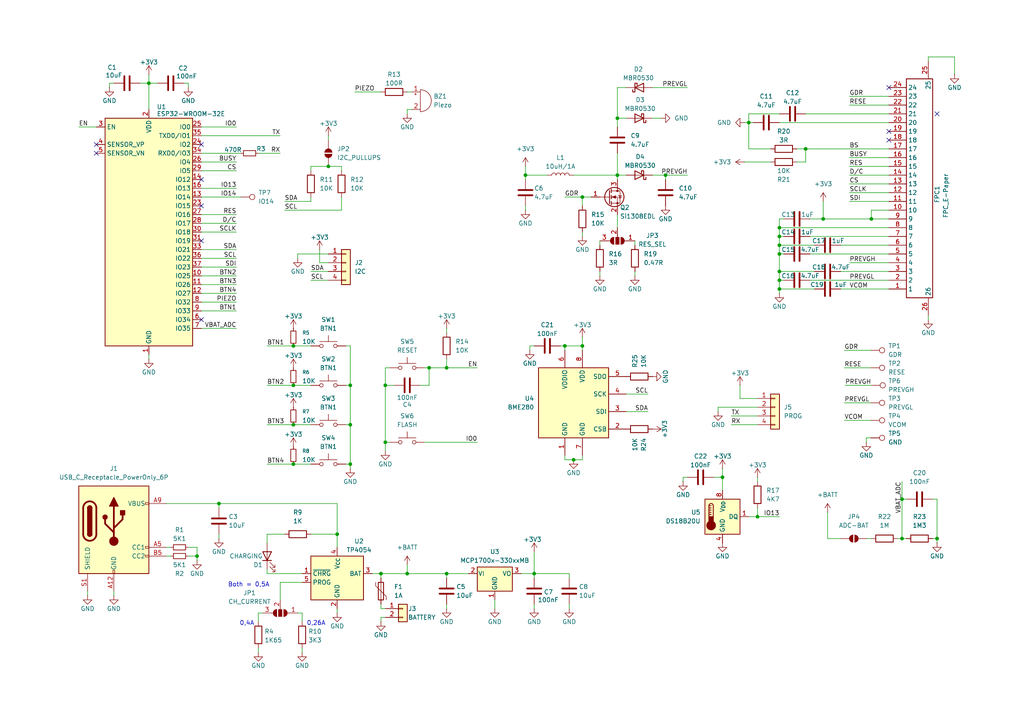
<source format=kicad_sch>
(kicad_sch (version 20250114) (generator "eeschema") (generator_version "9.0")
  (paper "A4")
  (title_block (title "ESP32_E-Paper_4-2_V1") (date "2025-05-23") (rev "1") (company "Filada"))
  (text "0,26A" (at 91.694 180.848 0) (effects (font (size 1.27 1.27))))
  (text "0,4A" (at 71.628 180.848 0) (effects (font (size 1.27 1.27))))
  (text "Both = 0,5A" (at 72.136 169.672 0) (effects (font (size 1.27 1.27))))
  (junction (at 63.5 146.05))
  (junction (at 252.73 63.5))
  (junction (at 226.06 66.04))
  (junction (at 95.25 48.26))
  (junction (at 219.71 149.86))
  (junction (at 57.15 161.29))
  (junction (at 85.09 123.19))
  (junction (at 85.09 100.33))
  (junction (at 217.17 35.56))
  (junction (at 111.76 128.27))
  (junction (at 193.04 50.8))
  (junction (at 179.07 50.8))
  (junction (at 124.46 106.68))
  (junction (at 166.37 133.35))
  (junction (at 233.68 43.18))
  (junction (at 43.18 24.13))
  (junction (at 261.62 144.78))
  (junction (at 97.79 154.94))
  (junction (at 152.4 50.8))
  (junction (at 261.62 156.21))
  (junction (at 209.55 138.43))
  (junction (at 179.07 34.29))
  (junction (at 118.11 166.37))
  (junction (at 226.06 81.28))
  (junction (at 271.78 156.21))
  (junction (at 168.91 100.33))
  (junction (at 85.09 111.76))
  (junction (at 101.6 123.19))
  (junction (at 168.91 57.15))
  (junction (at 129.54 166.37))
  (junction (at 226.06 71.12))
  (junction (at 110.49 166.37))
  (junction (at 129.54 106.68))
  (junction (at 154.94 166.37))
  (junction (at 226.06 73.66))
  (junction (at 101.6 134.62))
  (junction (at 226.06 68.58))
  (junction (at 238.76 63.5))
  (junction (at 111.76 111.76))
  (junction (at 226.06 83.82))
  (junction (at 226.06 78.74))
  (junction (at 101.6 111.76))
  (junction (at 163.83 100.33))
  (junction (at 85.09 134.62))
  (no_connect (at 58.42 52.07))
  (no_connect (at 257.81 40.64))
  (no_connect (at 27.94 44.45))
  (no_connect (at 58.42 59.69))
  (no_connect (at 58.42 92.71))
  (no_connect (at 58.42 41.91))
  (no_connect (at 271.78 33.02))
  (no_connect (at 257.81 38.1))
  (no_connect (at 257.81 25.4))
  (no_connect (at 27.94 41.91))
  (no_connect (at 58.42 69.85))
  (wire (pts (xy 261.62 144.78) (xy 262.89 144.78)))
  (wire (pts (xy 233.68 33.02) (xy 257.81 33.02)))
  (wire (pts (xy 129.54 104.14) (xy 129.54 106.68)))
  (wire (pts (xy 54.61 158.75) (xy 57.15 158.75)))
  (wire (pts (xy 168.91 57.15) (xy 171.45 57.15)))
  (wire (pts (xy 58.42 85.09) (xy 68.58 85.09)))
  (wire (pts (xy 121.92 111.76) (xy 124.46 111.76)))
  (wire (pts (xy 129.54 106.68) (xy 138.43 106.68)))
  (wire (pts (xy 226.06 73.66) (xy 226.06 78.74)))
  (wire (pts (xy 86.36 73.66) (xy 86.36 74.93)))
  (wire (pts (xy 118.11 31.75) (xy 118.11 33.02)))
  (wire (pts (xy 90.17 81.28) (xy 95.25 81.28)))
  (wire (pts (xy 181.61 114.3) (xy 187.96 114.3)))
  (wire (pts (xy 238.76 58.42) (xy 238.76 63.5)))
  (wire (pts (xy 99.06 48.26) (xy 99.06 49.53)))
  (wire (pts (xy 118.11 166.37) (xy 129.54 166.37)))
  (wire (pts (xy 234.95 68.58) (xy 257.81 68.58)))
  (wire (pts (xy 58.42 64.77) (xy 68.58 64.77)))
  (wire (pts (xy 179.07 34.29) (xy 179.07 36.83)))
  (wire (pts (xy 58.42 80.01) (xy 68.58 80.01)))
  (wire (pts (xy 129.54 106.68) (xy 124.46 106.68)))
  (wire (pts (xy 43.18 24.13) (xy 45.72 24.13)))
  (wire (pts (xy 227.33 63.5) (xy 226.06 63.5)))
  (wire (pts (xy 209.55 135.89) (xy 209.55 138.43)))
  (wire (pts (xy 124.46 106.68) (xy 123.19 106.68)))
  (wire (pts (xy 252.73 60.96) (xy 257.81 60.96)))
  (wire (pts (xy 90.17 154.94) (xy 97.79 154.94)))
  (wire (pts (xy 198.12 138.43) (xy 199.39 138.43)))
  (wire (pts (xy 215.9 35.56) (xy 217.17 35.56)))
  (wire (pts (xy 77.47 123.19) (xy 85.09 123.19)))
  (wire (pts (xy 48.26 161.29) (xy 49.53 161.29)))
  (wire (pts (xy 151.13 166.37) (xy 154.94 166.37)))
  (wire (pts (xy 189.23 25.4) (xy 199.39 25.4)))
  (wire (pts (xy 25.4 171.45) (xy 25.4 172.72)))
  (wire (pts (xy 43.18 21.59) (xy 43.18 24.13)))
  (wire (pts (xy 76.2 177.8) (xy 74.93 177.8)))
  (wire (pts (xy 233.68 43.18) (xy 257.81 43.18)))
  (wire (pts (xy 179.07 50.8) (xy 179.07 52.07)))
  (wire (pts (xy 58.42 95.25) (xy 68.58 95.25)))
  (wire (pts (xy 74.93 177.8) (xy 74.93 180.34)))
  (wire (pts (xy 95.25 73.66) (xy 86.36 73.66)))
  (wire (pts (xy 82.55 58.42) (xy 90.17 58.42)))
  (wire (pts (xy 240.03 148.59) (xy 240.03 156.21)))
  (wire (pts (xy 118.11 163.83) (xy 118.11 166.37)))
  (wire (pts (xy 252.73 63.5) (xy 257.81 63.5)))
  (wire (pts (xy 219.71 149.86) (xy 226.06 149.86)))
  (wire (pts (xy 152.4 59.69) (xy 152.4 60.96)))
  (wire (pts (xy 227.33 68.58) (xy 226.06 68.58)))
  (wire (pts (xy 184.15 78.74) (xy 184.15 80.01)))
  (wire (pts (xy 58.42 77.47) (xy 68.58 77.47)))
  (wire (pts (xy 74.93 44.45) (xy 81.28 44.45)))
  (wire (pts (xy 163.83 133.35) (xy 166.37 133.35)))
  (wire (pts (xy 111.76 128.27) (xy 113.03 128.27)))
  (wire (pts (xy 163.83 132.08) (xy 163.83 133.35)))
  (wire (pts (xy 219.71 118.11) (xy 208.28 118.11)))
  (wire (pts (xy 198.12 139.7) (xy 198.12 138.43)))
  (wire (pts (xy 58.42 54.61) (xy 68.58 54.61)))
  (wire (pts (xy 246.38 58.42) (xy 257.81 58.42)))
  (wire (pts (xy 219.71 138.43) (xy 219.71 139.7)))
  (wire (pts (xy 110.49 179.07) (xy 110.49 180.34)))
  (wire (pts (xy 165.1 166.37) (xy 154.94 166.37)))
  (wire (pts (xy 58.42 57.15) (xy 69.85 57.15)))
  (wire (pts (xy 97.79 146.05) (xy 97.79 154.94)))
  (wire (pts (xy 207.01 138.43) (xy 209.55 138.43)))
  (wire (pts (xy 154.94 160.02) (xy 154.94 166.37)))
  (wire (pts (xy 163.83 101.6) (xy 163.83 100.33)))
  (wire (pts (xy 217.17 43.18) (xy 217.17 35.56)))
  (wire (pts (xy 226.06 81.28) (xy 226.06 83.82)))
  (wire (pts (xy 261.62 139.7) (xy 261.62 144.78)))
  (wire (pts (xy 246.38 53.34) (xy 257.81 53.34)))
  (wire (pts (xy 63.5 147.32) (xy 63.5 146.05)))
  (wire (pts (xy 54.61 161.29) (xy 57.15 161.29)))
  (wire (pts (xy 226.06 71.12) (xy 226.06 68.58)))
  (wire (pts (xy 63.5 146.05) (xy 97.79 146.05)))
  (wire (pts (xy 57.15 158.75) (xy 57.15 161.29)))
  (wire (pts (xy 231.14 43.18) (xy 233.68 43.18)))
  (wire (pts (xy 212.09 123.19) (xy 219.71 123.19)))
  (wire (pts (xy 54.61 24.13) (xy 54.61 25.4)))
  (wire (pts (xy 77.47 100.33) (xy 85.09 100.33)))
  (wire (pts (xy 226.06 63.5) (xy 226.06 66.04)))
  (wire (pts (xy 58.42 90.17) (xy 68.58 90.17)))
  (wire (pts (xy 123.19 128.27) (xy 138.43 128.27)))
  (wire (pts (xy 153.67 100.33) (xy 154.94 100.33)))
  (wire (pts (xy 166.37 133.35) (xy 168.91 133.35)))
  (wire (pts (xy 48.26 146.05) (xy 63.5 146.05)))
  (wire (pts (xy 260.35 156.21) (xy 261.62 156.21)))
  (wire (pts (xy 193.04 50.8) (xy 199.39 50.8)))
  (wire (pts (xy 238.76 63.5) (xy 252.73 63.5)))
  (wire (pts (xy 215.9 46.99) (xy 223.52 46.99)))
  (wire (pts (xy 246.38 30.48) (xy 257.81 30.48)))
  (wire (pts (xy 168.91 97.79) (xy 168.91 100.33)))
  (wire (pts (xy 58.42 72.39) (xy 68.58 72.39)))
  (wire (pts (xy 77.47 111.76) (xy 85.09 111.76)))
  (wire (pts (xy 219.71 147.32) (xy 219.71 149.86)))
  (wire (pts (xy 129.54 167.64) (xy 129.54 166.37)))
  (wire (pts (xy 270.51 144.78) (xy 271.78 144.78)))
  (wire (pts (xy 251.2643 128.27) (xy 251.2643 127)))
  (wire (pts (xy 261.62 156.21) (xy 262.89 156.21)))
  (wire (pts (xy 168.91 133.35) (xy 168.91 132.08)))
  (wire (pts (xy 95.25 48.26) (xy 99.06 48.26)))
  (wire (pts (xy 57.15 161.29) (xy 57.15 162.56)))
  (wire (pts (xy 53.34 24.13) (xy 54.61 24.13)))
  (wire (pts (xy 261.62 144.78) (xy 261.62 156.21)))
  (wire (pts (xy 245.11 111.76) (xy 252.73 111.76)))
  (wire (pts (xy 114.3 111.76) (xy 111.76 111.76)))
  (wire (pts (xy 58.42 46.99) (xy 68.58 46.99)))
  (wire (pts (xy 244.9143 106.68) (xy 252.5343 106.68)))
  (wire (pts (xy 58.42 82.55) (xy 68.58 82.55)))
  (wire (pts (xy 252.73 60.96) (xy 252.73 63.5)))
  (wire (pts (xy 226.06 78.74) (xy 226.06 81.28)))
  (wire (pts (xy 244.9143 101.6) (xy 252.5343 101.6)))
  (wire (pts (xy 101.6 123.19) (xy 101.6 134.62)))
  (wire (pts (xy 100.33 123.19) (xy 101.6 123.19)))
  (wire (pts (xy 118.11 26.67) (xy 119.38 26.67)))
  (wire (pts (xy 168.91 67.31) (xy 168.91 68.58)))
  (wire (pts (xy 179.07 50.8) (xy 181.61 50.8)))
  (wire (pts (xy 234.95 63.5) (xy 238.76 63.5)))
  (wire (pts (xy 90.17 57.15) (xy 90.17 58.42)))
  (wire (pts (xy 246.38 45.72) (xy 257.81 45.72)))
  (wire (pts (xy 226.06 78.74) (xy 236.22 78.74)))
  (wire (pts (xy 85.09 123.19) (xy 90.17 123.19)))
  (wire (pts (xy 214.63 111.76) (xy 214.63 115.57)))
  (wire (pts (xy 99.06 57.15) (xy 99.06 60.96)))
  (wire (pts (xy 226.06 81.28) (xy 227.33 81.28)))
  (wire (pts (xy 97.79 154.94) (xy 97.79 158.75)))
  (wire (pts (xy 43.18 24.13) (xy 43.18 31.75)))
  (wire (pts (xy 218.44 35.56) (xy 217.17 35.56)))
  (wire (pts (xy 152.4 48.26) (xy 152.4 50.8)))
  (wire (pts (xy 217.17 149.86) (xy 219.71 149.86)))
  (wire (pts (xy 152.4 52.07) (xy 152.4 50.8)))
  (wire (pts (xy 243.84 156.21) (xy 240.03 156.21)))
  (wire (pts (xy 163.83 57.15) (xy 168.91 57.15)))
  (wire (pts (xy 223.52 43.18) (xy 217.17 43.18)))
  (wire (pts (xy 22.86 36.83) (xy 27.94 36.83)))
  (wire (pts (xy 102.87 26.67) (xy 110.49 26.67)))
  (wire (pts (xy 87.63 187.96) (xy 87.63 189.23)))
  (wire (pts (xy 82.55 154.94) (xy 77.47 154.94)))
  (wire (pts (xy 101.6 100.33) (xy 101.6 111.76)))
  (wire (pts (xy 269.24 91.44) (xy 269.24 92.71)))
  (wire (pts (xy 246.38 76.2) (xy 257.81 76.2)))
  (wire (pts (xy 58.42 87.63) (xy 68.58 87.63)))
  (wire (pts (xy 184.15 69.85) (xy 184.15 71.12)))
  (wire (pts (xy 269.24 17.78) (xy 269.24 16.51)))
  (wire (pts (xy 243.84 83.82) (xy 257.81 83.82)))
  (wire (pts (xy 226.06 73.66) (xy 226.06 71.12)))
  (wire (pts (xy 217.17 33.02) (xy 226.06 33.02)))
  (wire (pts (xy 82.55 60.96) (xy 99.06 60.96)))
  (wire (pts (xy 77.47 134.62) (xy 85.09 134.62)))
  (wire (pts (xy 231.14 46.99) (xy 233.68 46.99)))
  (wire (pts (xy 251.46 156.21) (xy 252.73 156.21)))
  (wire (pts (xy 271.78 156.21) (xy 271.78 157.48)))
  (wire (pts (xy 165.1 175.26) (xy 165.1 176.53)))
  (wire (pts (xy 234.95 73.66) (xy 257.81 73.66)))
  (wire (pts (xy 226.06 68.58) (xy 226.06 66.04)))
  (wire (pts (xy 152.4 50.8) (xy 158.75 50.8)))
  (wire (pts (xy 193.04 50.8) (xy 193.04 52.07)))
  (wire (pts (xy 101.6 134.62) (xy 100.33 134.62)))
  (wire (pts (xy 217.17 35.56) (xy 217.17 33.02)))
  (wire (pts (xy 58.42 67.31) (xy 68.58 67.31)))
  (wire (pts (xy 226.06 35.56) (xy 257.81 35.56)))
  (wire (pts (xy 77.47 166.37) (xy 77.47 165.1)))
  (wire (pts (xy 143.51 173.99) (xy 143.51 176.53)))
  (wire (pts (xy 33.02 171.45) (xy 33.02 172.72)))
  (wire (pts (xy 85.09 100.33) (xy 90.17 100.33)))
  (wire (pts (xy 111.76 111.76) (xy 111.76 106.68)))
  (wire (pts (xy 165.1 167.64) (xy 165.1 166.37)))
  (wire (pts (xy 233.68 46.99) (xy 233.68 43.18)))
  (wire (pts (xy 85.09 111.76) (xy 90.17 111.76)))
  (wire (pts (xy 168.91 100.33) (xy 168.91 101.6)))
  (wire (pts (xy 166.37 50.8) (xy 179.07 50.8)))
  (wire (pts (xy 81.28 168.91) (xy 81.28 173.99)))
  (wire (pts (xy 226.06 66.04) (xy 257.81 66.04)))
  (wire (pts (xy 244.9143 116.84) (xy 252.5343 116.84)))
  (wire (pts (xy 168.91 57.15) (xy 168.91 59.69)))
  (wire (pts (xy 243.84 71.12) (xy 257.81 71.12)))
  (wire (pts (xy 181.61 34.29) (xy 179.07 34.29)))
  (wire (pts (xy 86.36 177.8) (xy 87.63 177.8)))
  (wire (pts (xy 95.25 39.37) (xy 95.25 40.64)))
  (wire (pts (xy 154.94 175.26) (xy 154.94 176.53)))
  (wire (pts (xy 90.17 49.53) (xy 90.17 48.26)))
  (wire (pts (xy 189.23 34.29) (xy 191.77 34.29)))
  (wire (pts (xy 246.38 27.94) (xy 257.81 27.94)))
  (wire (pts (xy 189.23 50.8) (xy 193.04 50.8)))
  (wire (pts (xy 77.47 166.37) (xy 87.63 166.37)))
  (wire (pts (xy 154.94 166.37) (xy 154.94 167.64)))
  (wire (pts (xy 100.33 100.33) (xy 101.6 100.33)))
  (wire (pts (xy 74.93 187.96) (xy 74.93 189.23)))
  (wire (pts (xy 31.75 24.13) (xy 31.75 25.4)))
  (wire (pts (xy 63.5 154.94) (xy 63.5 156.21)))
  (wire (pts (xy 208.28 118.11) (xy 208.28 119.38)))
  (wire (pts (xy 271.78 156.21) (xy 270.51 156.21)))
  (wire (pts (xy 179.07 44.45) (xy 179.07 50.8)))
  (wire (pts (xy 87.63 177.8) (xy 87.63 180.34)))
  (wire (pts (xy 173.99 78.74) (xy 173.99 80.01)))
  (wire (pts (xy 179.07 34.29) (xy 179.07 25.4)))
  (wire (pts (xy 129.54 95.25) (xy 129.54 96.52)))
  (wire (pts (xy 276.86 16.51) (xy 276.86 21.59)))
  (wire (pts (xy 234.95 81.28) (xy 257.81 81.28)))
  (wire (pts (xy 129.54 166.37) (xy 135.89 166.37)))
  (wire (pts (xy 118.11 166.37) (xy 110.49 166.37)))
  (wire (pts (xy 271.78 144.78) (xy 271.78 156.21)))
  (wire (pts (xy 100.33 111.76) (xy 101.6 111.76)))
  (wire (pts (xy 48.26 158.75) (xy 49.53 158.75)))
  (wire (pts (xy 87.63 168.91) (xy 81.28 168.91)))
  (wire (pts (xy 246.38 50.8) (xy 257.81 50.8)))
  (wire (pts (xy 58.42 62.23) (xy 68.58 62.23)))
  (wire (pts (xy 43.18 102.87) (xy 43.18 104.14)))
  (wire (pts (xy 236.22 83.82) (xy 226.06 83.82)))
  (wire (pts (xy 162.56 100.33) (xy 163.83 100.33)))
  (wire (pts (xy 111.76 111.76) (xy 111.76 128.27)))
  (wire (pts (xy 227.33 73.66) (xy 226.06 73.66)))
  (wire (pts (xy 163.83 100.33) (xy 168.91 100.33)))
  (wire (pts (xy 58.42 39.37) (xy 81.28 39.37)))
  (wire (pts (xy 173.99 69.85) (xy 173.99 71.12)))
  (wire (pts (xy 101.6 111.76) (xy 101.6 123.19)))
  (wire (pts (xy 111.76 179.07) (xy 110.49 179.07)))
  (wire (pts (xy 85.09 134.62) (xy 90.17 134.62)))
  (wire (pts (xy 246.38 48.26) (xy 257.81 48.26)))
  (wire (pts (xy 92.71 72.39) (xy 92.71 76.2)))
  (wire (pts (xy 124.46 111.76) (xy 124.46 106.68)))
  (wire (pts (xy 90.17 48.26) (xy 95.25 48.26)))
  (wire (pts (xy 58.42 36.83) (xy 68.58 36.83)))
  (wire (pts (xy 40.64 24.13) (xy 43.18 24.13)))
  (wire (pts (xy 246.38 55.88) (xy 257.81 55.88)))
  (wire (pts (xy 269.24 16.51) (xy 276.86 16.51)))
  (wire (pts (xy 181.61 119.38) (xy 187.96 119.38)))
  (wire (pts (xy 58.42 44.45) (xy 69.85 44.45)))
  (wire (pts (xy 251.2643 127) (xy 252.542 127)))
  (wire (pts (xy 179.07 25.4) (xy 181.61 25.4)))
  (wire (pts (xy 219.71 115.57) (xy 214.63 115.57)))
  (wire (pts (xy 90.17 78.74) (xy 95.25 78.74)))
  (wire (pts (xy 111.76 106.68) (xy 113.03 106.68)))
  (wire (pts (xy 58.42 49.53) (xy 68.58 49.53)))
  (wire (pts (xy 153.67 101.6) (xy 153.67 100.33)))
  (wire (pts (xy 77.47 154.94) (xy 77.47 157.48)))
  (wire (pts (xy 212.09 120.65) (xy 219.71 120.65)))
  (wire (pts (xy 33.02 24.13) (xy 31.75 24.13)))
  (wire (pts (xy 119.38 31.75) (xy 118.11 31.75)))
  (wire (pts (xy 110.49 175.26) (xy 110.49 176.53)))
  (wire (pts (xy 243.84 78.74) (xy 257.81 78.74)))
  (wire (pts (xy 111.76 128.27) (xy 111.76 130.81)))
  (wire (pts (xy 110.49 176.53) (xy 111.76 176.53)))
  (wire (pts (xy 101.6 135.89) (xy 101.6 134.62)))
  (wire (pts (xy 209.55 138.43) (xy 209.55 142.24)))
  (wire (pts (xy 95.25 76.2) (xy 92.71 76.2)))
  (wire (pts (xy 244.9143 121.92) (xy 252.5343 121.92)))
  (wire (pts (xy 97.79 176.53) (xy 97.79 177.8)))
  (wire (pts (xy 58.42 74.93) (xy 68.58 74.93)))
  (wire (pts (xy 236.22 71.12) (xy 226.06 71.12)))
  (wire (pts (xy 107.95 166.37) (xy 110.49 166.37)))
  (wire (pts (xy 179.07 62.23) (xy 179.07 66.04)))
  (wire (pts (xy 110.49 166.37) (xy 110.49 167.64)))
  (wire (pts (xy 129.54 175.26) (xy 129.54 176.53)))
  (wire (pts (xy 226.06 83.82) (xy 226.06 85.09)))
  (label "SCLK" (at 68.58 67.31 180))
  (label "BTN2" (at 77.47 111.76 0))
  (label "D{slash}C" (at 246.38 50.8 0))
  (label "BTN1" (at 77.47 100.33 0))
  (label "PREVGH" (at 245.11 111.76 0))
  (label "BUSY" (at 246.38 45.72 0))
  (label "PREVGL" (at 246.38 81.28 0))
  (label "SDA" (at 82.55 58.42 0))
  (label "CS" (at 68.58 49.53 180))
  (label "GDR" (at 246.38 27.94 0))
  (label "RX" (at 81.28 44.45 180))
  (label "GDR" (at 244.9143 101.6 0))
  (label "TX" (at 212.09 120.65 0))
  (label "RES" (at 246.38 48.26 0))
  (label "GDR" (at 163.83 57.15 0))
  (label "SDI" (at 246.38 58.42 0))
  (label "PREVGH" (at 246.38 76.2 0))
  (label "IO0" (at 138.43 128.27 180))
  (label "RES" (at 68.58 62.23 180))
  (label "PREVGL" (at 244.9143 116.84 0))
  (label "BTN4" (at 77.47 134.62 0))
  (label "SCL" (at 90.17 81.28 0))
  (label "SDA" (at 187.96 119.38 180))
  (label "VBAT_ADC" (at 68.58 95.25 180))
  (label "VCOM" (at 244.9143 121.92 0))
  (label "EN" (at 138.43 106.68 180))
  (label "SCLK" (at 246.38 55.88 0))
  (label "BS" (at 246.38 43.18 0))
  (label "SDA" (at 68.58 72.39 180))
  (label "IO13" (at 68.58 54.61 180))
  (label "BUSY" (at 68.58 46.99 180))
  (label "EN" (at 22.86 36.83 0))
  (label "BTN3" (at 77.47 123.19 0))
  (label "IO14" (at 68.58 57.15 180))
  (label "BTN1" (at 68.58 90.17 180))
  (label "SDA" (at 90.17 78.74 0))
  (label "SDI" (at 68.58 77.47 180))
  (label "VCOM" (at 246.38 83.82 0))
  (label "VBAT_ADC" (at 261.62 139.7 270))
  (label "RESE" (at 244.9143 106.68 0))
  (label "IO0" (at 68.58 36.83 180))
  (label "PREVGL" (at 199.39 25.4 180))
  (label "RESE" (at 246.38 30.48 0))
  (label "D{slash}C" (at 68.58 64.77 180))
  (label "PIEZO" (at 68.58 87.63 180))
  (label "RX" (at 212.09 123.19 0))
  (label "BTN2" (at 68.58 80.01 180))
  (label "BTN4" (at 68.58 85.09 180))
  (label "SCL" (at 68.58 74.93 180))
  (label "IO13" (at 226.06 149.86 180))
  (label "CS" (at 246.38 53.34 0))
  (label "SCL" (at 82.55 60.96 0))
  (label "PIEZO" (at 102.87 26.67 0))
  (label "SCL" (at 187.96 114.3 180))
  (label "TX" (at 81.28 39.37 180))
  (label "BTN3" (at 68.58 82.55 180))
  (label "PREVGH" (at 199.39 50.8 180))
  (symbol (lib_id "Device:C") (at 203.2 138.43 90) (unit 1)
    (property "Reference" "C22" (at 203.2 132.334 90))
    (property "Value" "100nF" (at 203.2 134.874 90))
    (property "Footprint" "Capacitor_SMD:C_0805_2012Metric" (effects (hide yes)))
    (property "Description" "Unpolarized capacitor" (effects (hide yes)))
  )
  (symbol (lib_id "Switch:SW_Push") (at 95.25 100.33 0) (unit 1)
    (property "Reference" "SW1" (at 95.25 92.71 0))
    (property "Value" "BTN1" (at 95.25 95.25 0))
    (property "Footprint" "Button_Switch_THT:SW_PUSH_6mm_H7.3mm" (effects (hide yes)))
    (property "Description" "Push button switch, generic, two pins" (effects (hide yes)))
  )
  (symbol (lib_id "Sensor:BME280") (at 166.37 116.84 0) (unit 1)
    (property "Reference" "U4" (at 154.94 115.5699 0) (effects (justify right)))
    (property "Value" "BME280" (at 154.94 118.1099 0) (effects (justify right)))
    (property "Footprint" "Package_LGA:Bosch_LGA-8_2.5x2.5mm_P0.65mm_ClockwisePinNumbering" (effects (hide yes)))
    (property "Datasheet" "https://www.bosch-sensortec.com/media/boschsensortec/downloads/datasheets/bst-bme280-ds002.pdf" (effects (hide yes)))
    (property "Description" "3-in-1 sensor, humidity, pressure, temperature, I2C and SPI interface, 1.71-3.6V, LGA-8" (effects (hide yes)))
  )
  (symbol (lib_id "Device:R") (at 185.42 124.46 270) (unit 1)
    (property "Reference" "R24" (at 186.6901 127 0) (effects (justify left)))
    (property "Value" "10K" (at 184.1501 127 0) (effects (justify left)))
    (property "Footprint" "Resistor_SMD:R_0805_2012Metric" (effects (hide yes)))
    (property "Description" "Resistor" (effects (hide yes)))
  )
  (symbol (lib_id "power:+BATT") (at 118.11 163.83 0) (unit 1)
    (property "Reference" "#PWR046" (effects (hide yes)))
    (property "Value" "+BATT" (at 118.11 158.75 0))
    (property "Description" "Power symbol creates a global label with name \"+BATT\"" (effects (hide yes)))
  )
  (symbol (lib_id "Switch:SW_Push") (at 95.25 123.19 0) (unit 1)
    (property "Reference" "SW3" (at 95.25 115.57 0))
    (property "Value" "BTN1" (at 95.25 118.11 0))
    (property "Footprint" "Button_Switch_THT:SW_PUSH_6mm_H7.3mm" (effects (hide yes)))
    (property "Description" "Push button switch, generic, two pins" (effects (hide yes)))
  )
  (symbol (lib_id "Device:C") (at 118.11 111.76 90) (unit 1)
    (property "Reference" "C4" (at 118.11 117.348 90))
    (property "Value" "100nF" (at 118.11 115.316 90))
    (property "Footprint" "Capacitor_SMD:C_0805_2012Metric" (effects (hide yes)))
    (property "Description" "Unpolarized capacitor" (effects (hide yes)))
  )
  (symbol (lib_id "Device:R") (at 227.33 43.18 90) (unit 1)
    (property "Reference" "R20" (at 227.33 38.1 90))
    (property "Value" "3R" (at 227.33 40.64 90))
    (property "Footprint" "Resistor_SMD:R_0805_2012Metric" (effects (hide yes)))
    (property "Description" "Resistor" (effects (hide yes)))
  )
  (symbol (lib_id "RF_Module:ESP32-WROOM-32E") (at 43.18 67.31 0) (unit 1)
    (property "Reference" "U1" (at 45.466 30.988 0) (effects (justify left)))
    (property "Value" "ESP32-WROOM-32E" (at 45.466 33.02 0) (effects (justify left)))
    (property "Footprint" "RF_Module:ESP32-WROOM-32D" (effects (hide yes)))
    (property "Datasheet" "https://www.espressif.com/sites/default/files/documentation/esp32-wroom-32e_esp32-wroom-32ue_datasheet_en.pdf" (effects (hide yes)))
    (property "Description" "RF Module, ESP32-D0WD-V3 SoC, without PSRAM, Wi-Fi 802.11b/g/n, Bluetooth, BLE, 32-bit, 2.7-3.6V, onboard antenna, SMD" (effects (hide yes)))
  )
  (symbol (lib_id "power:GND") (at 154.94 176.53 0) (unit 1)
    (property "Reference" "#PWR031" (effects (hide yes)))
    (property "Value" "GND" (at 154.94 180.34 0))
    (property "Description" "Power symbol creates a global label with name \"GND\" , ground" (effects (hide yes)))
  )
  (symbol (lib_id "Connector:TestPoint") (at 252.5343 101.6 270) (unit 1)
    (property "Reference" "TP1" (at 257.6143 100.3299 90) (effects (justify left)))
    (property "Value" "GDR" (at 257.6143 102.8699 90) (effects (justify left)))
    (property "Footprint" "TestPoint:TestPoint_Pad_D1.5mm" (effects (hide yes)))
    (property "Description" "test point" (effects (hide yes)))
  )
  (symbol (lib_id "power:GND") (at 168.91 68.58 0) (unit 1)
    (property "Reference" "#PWR033" (effects (hide yes)))
    (property "Value" "GND" (at 168.91 72.39 0))
    (property "Description" "Power symbol creates a global label with name \"GND\" , ground" (effects (hide yes)))
  )
  (symbol (lib_id "Diode:MBR0530") (at 185.42 34.29 180) (unit 1)
    (property "Reference" "D3" (at 185.674 28.956 0))
    (property "Value" "MBR0530" (at 185.674 31.496 0))
    (property "Footprint" "Diode_SMD:D_SOD-123" (effects (hide yes)))
    (property "Datasheet" "http://www.mccsemi.com/up_pdf/MBR0520~MBR0580(SOD123).pdf" (effects (hide yes)))
    (property "Description" "30V 0.5A Schottky Power Rectifier Diode, SOD-123" (effects (hide yes)))
  )
  (symbol (lib_id "power:+BATT") (at 240.03 148.59 0) (unit 1)
    (property "Reference" "#PWR042" (effects (hide yes)))
    (property "Value" "+BATT" (at 240.03 143.51 0))
    (property "Description" "Power symbol creates a global label with name \"+BATT\"" (effects (hide yes)))
  )
  (symbol (lib_id "Sensor_Temperature:DS18B20U") (at 209.55 149.86 0) (unit 1)
    (property "Reference" "U5" (at 203.2 148.5899 0) (effects (justify right)))
    (property "Value" "DS18B20U" (at 203.2 151.1299 0) (effects (justify right)))
    (property "Footprint" "Package_SO:MSOP-8_3x3mm_P0.65mm" (effects (hide yes)))
    (property "Datasheet" "http://datasheets.maximintegrated.com/en/ds/DS18B20.pdf" (effects (hide yes)))
    (property "Description" "Programmable Resolution 1-Wire Digital Thermometer MSOP-8" (effects (hide yes)))
  )
  (symbol (lib_id "power:GND") (at 129.54 176.53 0) (unit 1)
    (property "Reference" "#PWR026" (effects (hide yes)))
    (property "Value" "GND" (at 129.54 180.34 0))
    (property "Description" "Power symbol creates a global label with name \"GND\" , ground" (effects (hide yes)))
  )
  (symbol (lib_id "Device:C") (at 49.53 24.13 270) (mirror x) (unit 1)
    (property "Reference" "C2" (at 53.086 19.812 90))
    (property "Value" "100nF" (at 54.102 22.098 90))
    (property "Footprint" "Capacitor_SMD:C_0805_2012Metric" (effects (hide yes)))
    (property "Description" "Unpolarized capacitor" (effects (hide yes)))
  )
  (symbol (lib_id "power:GND") (at 251.2643 128.27 0) (unit 1)
    (property "Reference" "#PWR044" (effects (hide yes)))
    (property "Value" "GND" (at 251.2643 132.08 0))
    (property "Description" "Power symbol creates a global label with name \"GND\" , ground" (effects (hide yes)))
  )
  (symbol (lib_id "Device:R") (at 86.36 154.94 270) (unit 1)
    (property "Reference" "R9" (at 86.36 148.59 90))
    (property "Value" "1K" (at 86.36 151.13 90))
    (property "Footprint" "Resistor_SMD:R_0805_2012Metric" (effects (hide yes)))
    (property "Description" "Resistor" (effects (hide yes)))
  )
  (symbol (lib_id "Device:C") (at 222.25 35.56 270) (unit 1)
    (property "Reference" "C11" (at 222.25 27.94 90))
    (property "Value" "4.7uF" (at 222.25 30.48 90))
    (property "Footprint" "Capacitor_SMD:C_0805_2012Metric" (effects (hide yes)))
    (property "Description" "Unpolarized capacitor" (effects (hide yes)))
  )
  (symbol (lib_id "Jumper:SolderJumper_3_Open") (at 81.28 177.8 180) (unit 1) (in_bom no)
    (property "Reference" "JP1" (at 72.39 171.958 0))
    (property "Value" "CH_CURRENT" (at 72.39 174.498 0))
    (property "Footprint" "Jumper:SolderJumper-3_P1.3mm_Open_RoundedPad1.0x1.5mm" (effects (hide yes)))
    (property "Description" "Solder Jumper, 3-pole, open" (effects (hide yes)))
  )
  (symbol (lib_id "power:GND") (at 86.36 74.93 0) (unit 1)
    (property "Reference" "#PWR014" (effects (hide yes)))
    (property "Value" "GND" (at 86.36 78.74 0))
    (property "Description" "Power symbol creates a global label with name \"GND\" , ground" (effects (hide yes)))
  )
  (symbol (lib_id "power:GND") (at 166.37 133.35 0) (unit 1)
    (property "Reference" "#PWR054" (effects (hide yes)))
    (property "Value" "GND" (at 166.37 137.16 0))
    (property "Description" "Power symbol creates a global label with name \"GND\" , ground" (effects (hide yes)))
  )
  (symbol (lib_id "Device:C") (at 240.03 83.82 270) (unit 1)
    (property "Reference" "C19" (at 236.982 82.55 90))
    (property "Value" "1uF" (at 243.84 82.55 90))
    (property "Footprint" "Capacitor_SMD:C_0805_2012Metric" (effects (hide yes)))
    (property "Description" "Unpolarized capacitor" (effects (hide yes)))
  )
  (symbol (lib_id "Device:C") (at 129.54 171.45 0) (unit 1)
    (property "Reference" "C5" (at 132.334 170.18 0) (effects (justify left)))
    (property "Value" "10uF" (at 132.334 172.72 0) (effects (justify left)))
    (property "Footprint" "Capacitor_SMD:C_0805_2012Metric" (effects (hide yes)))
    (property "Description" "Unpolarized capacitor" (effects (hide yes)))
  )
  (symbol (lib_id "power:GND") (at 74.93 189.23 0) (unit 1)
    (property "Reference" "#PWR09" (effects (hide yes)))
    (property "Value" "GND" (at 74.93 193.04 0))
    (property "Description" "Power symbol creates a global label with name \"GND\" , ground" (effects (hide yes)))
  )
  (symbol (lib_id "Device:LED") (at 77.47 161.29 90) (unit 1)
    (property "Reference" "D1" (at 76.2 163.83 90) (effects (justify left)))
    (property "Value" "CHARGING" (at 76.2 161.29 90) (effects (justify left)))
    (property "Footprint" "LED_SMD:LED_1206_3216Metric" (effects (hide yes)))
    (property "Description" "Light emitting diode" (effects (hide yes)))
    (property "Sim.Pins" "1=K 2=A" (effects (hide yes)))
  )
  (symbol (lib_id "Device:R") (at 90.17 53.34 180) (unit 1)
    (property "Reference" "R11" (at 92.71 52.0699 0) (effects (justify right)))
    (property "Value" "10K" (at 92.71 54.6099 0) (effects (justify right)))
    (property "Footprint" "Resistor_SMD:R_0805_2012Metric" (effects (hide yes)))
    (property "Description" "Resistor" (effects (hide yes)))
  )
  (symbol (lib_id "power:+3V3") (at 85.09 129.54 0) (unit 1)
    (property "Reference" "#PWR013" (effects (hide yes)))
    (property "Value" "+3V3" (at 85.09 125.984 0))
    (property "Description" "Power symbol creates a global label with name \"+3V3\"" (effects (hide yes)))
  )
  (symbol (lib_id "power:GND") (at 226.06 85.09 0) (unit 1)
    (property "Reference" "#PWR049" (effects (hide yes)))
    (property "Value" "GND" (at 226.06 88.9 0))
    (property "Description" "Power symbol creates a global label with name \"GND\" , ground" (effects (hide yes)))
  )
  (symbol (lib_id "Device:R_Small") (at 72.39 44.45 90) (unit 1)
    (property "Reference" "R3" (at 75.692 43.18 90))
    (property "Value" "470R" (at 67.564 43.434 90))
    (property "Footprint" "Resistor_SMD:R_0805_2012Metric" (effects (hide yes)))
    (property "Description" "Resistor, small symbol" (effects (hide yes)))
  )
  (symbol (lib_id "power:GND") (at 152.4 60.96 0) (unit 1)
    (property "Reference" "#PWR029" (effects (hide yes)))
    (property "Value" "GND" (at 152.4 64.77 0))
    (property "Description" "Power symbol creates a global label with name \"GND\" , ground" (effects (hide yes)))
  )
  (symbol (lib_id "power:GND") (at 173.99 80.01 0) (unit 1)
    (property "Reference" "#PWR034" (effects (hide yes)))
    (property "Value" "GND" (at 173.99 83.82 0))
    (property "Description" "Power symbol creates a global label with name \"GND\" , ground" (effects (hide yes)))
  )
  (symbol (lib_id "power:+3V3") (at 129.54 95.25 0) (unit 1)
    (property "Reference" "#PWR025" (effects (hide yes)))
    (property "Value" "+3V3" (at 129.54 91.694 0))
    (property "Description" "Power symbol creates a global label with name \"+3V3\"" (effects (hide yes)))
  )
  (symbol (lib_id "power:GND") (at 43.18 104.14 0) (unit 1)
    (property "Reference" "#PWR05" (effects (hide yes)))
    (property "Value" "GND" (at 43.18 107.95 0))
    (property "Description" "Power symbol creates a global label with name \"GND\" , ground" (effects (hide yes)))
  )
  (symbol (lib_id "Diode:MBR0530") (at 185.42 50.8 180) (unit 1)
    (property "Reference" "D4" (at 185.674 45.466 0))
    (property "Value" "MBR0530" (at 185.674 48.006 0))
    (property "Footprint" "Diode_SMD:D_SOD-123" (effects (hide yes)))
    (property "Datasheet" "http://www.mccsemi.com/up_pdf/MBR0520~MBR0580(SOD123).pdf" (effects (hide yes)))
    (property "Description" "30V 0.5A Schottky Power Rectifier Diode, SOD-123" (effects (hide yes)))
  )
  (symbol (lib_id "Device:R") (at 184.15 74.93 0) (unit 1)
    (property "Reference" "R19" (at 186.69 73.6599 0) (effects (justify left)))
    (property "Value" "0.47R" (at 186.69 76.1999 0) (effects (justify left)))
    (property "Footprint" "Resistor_SMD:R_0805_2012Metric" (effects (hide yes)))
    (property "Description" "Resistor" (effects (hide yes)))
  )
  (symbol (lib_id "Connector:USB_C_Receptacle_PowerOnly_6P") (at 33.02 153.67 0) (unit 1)
    (property "Reference" "J1" (at 33.02 135.89 0))
    (property "Value" "USB_C_Receptacle_PowerOnly_6P" (at 33.02 138.43 0))
    (property "Footprint" "Connector_USB:USB_C_Receptacle_HRO_TYPE-C-31-M-17" (effects (hide yes)))
    (property "Datasheet" "https://www.usb.org/sites/default/files/documents/usb_type-c.zip" (effects (hide yes)))
    (property "Description" "USB Power-Only 6P Type-C Receptacle connector" (effects (hide yes)))
  )
  (symbol (lib_id "Device:R") (at 129.54 100.33 0) (unit 1)
    (property "Reference" "R14" (at 132.08 99.0599 0) (effects (justify left)))
    (property "Value" "10K" (at 132.08 101.5999 0) (effects (justify left)))
    (property "Footprint" "Resistor_SMD:R_0805_2012Metric" (effects (hide yes)))
    (property "Description" "Resistor" (effects (hide yes)))
  )
  (symbol (lib_id "power:GND") (at 97.79 177.8 0) (unit 1)
    (property "Reference" "#PWR018" (effects (hide yes)))
    (property "Value" "GND" (at 97.79 181.61 0))
    (property "Description" "Power symbol creates a global label with name \"GND\" , ground" (effects (hide yes)))
  )
  (symbol (lib_id "Device:C") (at 158.75 100.33 90) (unit 1)
    (property "Reference" "C21" (at 158.75 94.234 90))
    (property "Value" "100nF" (at 158.75 96.774 90))
    (property "Footprint" "Capacitor_SMD:C_0805_2012Metric" (effects (hide yes)))
    (property "Description" "Unpolarized capacitor" (effects (hide yes)))
  )
  (symbol (lib_id "power:+3V3") (at 154.94 160.02 0) (unit 1)
    (property "Reference" "#PWR030" (effects (hide yes)))
    (property "Value" "+3V3" (at 154.432 156.464 0))
    (property "Description" "Power symbol creates a global label with name \"+3V3\"" (effects (hide yes)))
  )
  (symbol (lib_id "Device:R") (at 168.91 63.5 0) (unit 1)
    (property "Reference" "R15" (at 171.45 62.2299 0) (effects (justify left)))
    (property "Value" "10K" (at 171.45 64.7699 0) (effects (justify left)))
    (property "Footprint" "Resistor_SMD:R_0805_2012Metric" (effects (hide yes)))
    (property "Description" "Resistor" (effects (hide yes)))
  )
  (symbol (lib_id "Device:C") (at 36.83 24.13 90) (unit 1)
    (property "Reference" "C1" (at 32.512 19.558 90))
    (property "Value" "10uF" (at 33.02 21.844 90))
    (property "Footprint" "Capacitor_SMD:C_0805_2012Metric" (effects (hide yes)))
    (property "Description" "Unpolarized capacitor" (effects (hide yes)))
  )
  (symbol (lib_id "Device:C") (at 231.14 68.58 270) (unit 1)
    (property "Reference" "C14" (at 228.6 67.31 90))
    (property "Value" "1uF" (at 234.188 67.31 90))
    (property "Footprint" "Capacitor_SMD:C_0805_2012Metric" (effects (hide yes)))
    (property "Description" "Unpolarized capacitor" (effects (hide yes)))
  )
  (symbol (lib_id "power:GND") (at 33.02 172.72 0) (unit 1)
    (property "Reference" "#PWR03" (effects (hide yes)))
    (property "Value" "GND" (at 33.02 176.53 0))
    (property "Description" "Power symbol creates a global label with name \"GND\" , ground" (effects (hide yes)))
  )
  (symbol (lib_id "power:GND") (at 269.24 92.71 0) (unit 1)
    (property "Reference" "#PWR047" (effects (hide yes)))
    (property "Value" "GND" (at 269.24 96.52 0))
    (property "Description" "Power symbol creates a global label with name \"GND\" , ground" (effects (hide yes)))
  )
  (symbol (lib_id "power:+3V3") (at 215.9 46.99 90) (unit 1)
    (property "Reference" "#PWR041" (effects (hide yes)))
    (property "Value" "+3V3" (at 212.09 46.9899 90) (effects (justify left)))
    (property "Description" "Power symbol creates a global label with name \"+3V3\"" (effects (hide yes)))
  )
  (symbol (lib_id "power:+3V3") (at 214.63 111.76 0) (unit 1)
    (property "Reference" "#PWR039" (effects (hide yes)))
    (property "Value" "+3V3" (at 214.63 108.204 0))
    (property "Description" "Power symbol creates a global label with name \"+3V3\"" (effects (hide yes)))
  )
  (symbol (lib_id "Switch:SW_Push") (at 95.25 111.76 0) (unit 1)
    (property "Reference" "SW2" (at 95.25 104.14 0))
    (property "Value" "BTN1" (at 95.25 106.68 0))
    (property "Footprint" "Button_Switch_THT:SW_PUSH_6mm_H7.3mm" (effects (hide yes)))
    (property "Description" "Push button switch, generic, two pins" (effects (hide yes)))
  )
  (symbol (lib_id "power:+3V3") (at 168.91 97.79 0) (unit 1)
    (property "Reference" "#PWR051" (effects (hide yes)))
    (property "Value" "+3V3" (at 168.91 94.234 0))
    (property "Description" "Power symbol creates a global label with name \"+3V3\"" (effects (hide yes)))
  )
  (symbol (lib_id "Switch:SW_Push") (at 118.11 106.68 0) (unit 1)
    (property "Reference" "SW5" (at 118.11 99.06 0))
    (property "Value" "RESET" (at 118.11 101.6 0))
    (property "Footprint" "Button_Switch_THT:SW_PUSH_6mm_H7.3mm" (effects (hide yes)))
    (property "Description" "Push button switch, generic, two pins" (effects (hide yes)))
  )
  (symbol (lib_id "power:GND") (at 193.04 59.69 0) (unit 1)
    (property "Reference" "#PWR037" (effects (hide yes)))
    (property "Value" "GND" (at 193.04 63.5 0))
    (property "Description" "Power symbol creates a global label with name \"GND\" , ground" (effects (hide yes)))
  )
  (symbol (lib_id "Device:C") (at 231.14 81.28 270) (unit 1)
    (property "Reference" "C16" (at 228.6 80.01 90))
    (property "Value" "4.7uF" (at 234.95 80.01 90))
    (property "Footprint" "Capacitor_SMD:C_0805_2012Metric" (effects (hide yes)))
    (property "Description" "Unpolarized capacitor" (effects (hide yes)))
  )
  (symbol (lib_id "Device:Buzzer") (at 121.92 29.21 0) (unit 1)
    (property "Reference" "BZ1" (at 125.73 27.9399 0) (effects (justify left)))
    (property "Value" "Piezo" (at 125.73 30.4799 0) (effects (justify left)))
    (property "Footprint" "Buzzer_Beeper:Buzzer_12x9.5RM7.6" (effects (hide yes)))
    (property "Description" "Buzzer, polarized" (effects (hide yes)))
  )
  (symbol (lib_id "Device:R_Small") (at 52.07 158.75 90) (unit 1)
    (property "Reference" "R1" (at 52.07 153.67 90))
    (property "Value" "5K1" (at 52.07 156.21 90))
    (property "Footprint" "Resistor_SMD:R_0805_2012Metric" (effects (hide yes)))
    (property "Description" "Resistor, small symbol" (effects (hide yes)))
  )
  (symbol (lib_id "Device:C") (at 266.7 144.78 90) (unit 1)
    (property "Reference" "C20" (at 266.7 137.16 90))
    (property "Value" "100nF" (at 266.7 139.7 90))
    (property "Footprint" "Capacitor_SMD:C_0805_2012Metric" (effects (hide yes)))
    (property "Description" "Unpolarized capacitor" (effects (hide yes)))
  )
  (symbol (lib_id "Connector:TestPoint") (at 252.5343 116.84 270) (unit 1)
    (property "Reference" "TP3" (at 257.6143 115.5699 90) (effects (justify left)))
    (property "Value" "PREVGL" (at 257.6143 118.1099 90) (effects (justify left)))
    (property "Footprint" "TestPoint:TestPoint_Pad_D1.5mm" (effects (hide yes)))
    (property "Description" "test point" (effects (hide yes)))
  )
  (symbol (lib_id "power:GND") (at 215.9 35.56 270) (unit 1)
    (property "Reference" "#PWR040" (effects (hide yes)))
    (property "Value" "GND" (at 212.09 35.5599 90) (effects (justify right)))
    (property "Description" "Power symbol creates a global label with name \"GND\" , ground" (effects (hide yes)))
  )
  (symbol (lib_id "Device:R") (at 114.3 26.67 90) (unit 1)
    (property "Reference" "R13" (at 114.3 21.59 90))
    (property "Value" "100R" (at 114.3 24.13 90))
    (property "Footprint" "Resistor_SMD:R_0805_2012Metric" (effects (hide yes)))
    (property "Description" "Resistor" (effects (hide yes)))
  )
  (symbol (lib_id "power:GND") (at 165.1 176.53 0) (unit 1)
    (property "Reference" "#PWR032" (effects (hide yes)))
    (property "Value" "GND" (at 165.1 180.34 0))
    (property "Description" "Power symbol creates a global label with name \"GND\" , ground" (effects (hide yes)))
  )
  (symbol (lib_id "Device:R_Small") (at 85.09 109.22 0) (unit 1)
    (property "Reference" "R6" (at 87.63 107.9499 0) (effects (font (size 1.016 1.016)) (justify left)))
    (property "Value" "10K" (at 87.63 110.4899 0) (effects (justify left)))
    (property "Footprint" "Resistor_SMD:R_0805_2012Metric" (effects (hide yes)))
    (property "Description" "Resistor, small symbol" (effects (hide yes)))
  )
  (symbol (lib_id "Connector:TestPoint") (at 252.5343 106.68 270) (unit 1)
    (property "Reference" "TP2" (at 257.6143 105.4099 90) (effects (justify left)))
    (property "Value" "RESE" (at 257.6143 107.9499 90) (effects (justify left)))
    (property "Footprint" "TestPoint:TestPoint_Pad_D1.5mm" (effects (hide yes)))
    (property "Description" "test point" (effects (hide yes)))
  )
  (symbol (lib_id "Device:R") (at 185.42 109.22 90) (unit 1)
    (property "Reference" "R25" (at 184.1499 106.68 0) (effects (justify left)))
    (property "Value" "10K" (at 186.6899 106.68 0) (effects (justify left)))
    (property "Footprint" "Resistor_SMD:R_0805_2012Metric" (effects (hide yes)))
    (property "Description" "Resistor" (effects (hide yes)))
  )
  (symbol (lib_id "Device:L") (at 162.56 50.8 90) (unit 1)
    (property "Reference" "L1" (at 162.56 45.72 90))
    (property "Value" "10uH/1A" (at 162.56 48.26 90))
    (property "Footprint" "my_lib_2025_1:inductor_4.5x4_V1" (effects (hide yes)))
    (property "Description" "Inductor" (effects (hide yes)))
  )
  (symbol (lib_id "Connector_Generic:Conn_01x04") (at 224.79 118.11 0) (unit 1)
    (property "Reference" "J5" (at 227.33 118.1099 0) (effects (justify left)))
    (property "Value" "PROG" (at 227.33 120.6499 0) (effects (justify left)))
    (property "Footprint" "Connector_PinHeader_2.54mm:PinHeader_1x04_P2.54mm_Vertical" (effects (hide yes)))
    (property "Description" "Generic connector, single row, 01x04, script generated (kicad-library-utils/schlib/autogen/connector/)" (effects (hide yes)))
  )
  (symbol (lib_id "Battery_Management:LTC4054ES5-4.2") (at 97.79 166.37 0) (unit 1)
    (property "Reference" "U2" (at 104.14 156.972 0))
    (property "Value" "TP4054" (at 104.14 159.512 0))
    (property "Footprint" "Package_TO_SOT_SMD:TSOT-23-5" (effects (hide yes)))
    (property "Datasheet" "https://www.analog.com/media/en/technical-documentation/data-sheets/405442xf.pdf" (effects (hide yes)))
    (property "Description" "Constant-current/constant-voltage linear charger for single cell lithium-ion batteries with 2.9V Trickle Charge, 4.5V to 6.5V VDD, -40 to +85 degree Celsius, TSOT-23-5" (effects (hide yes)))
  )
  (symbol (lib_id "power:GND") (at 54.61 25.4 0) (mirror y) (unit 1)
    (property "Reference" "#PWR06" (effects (hide yes)))
    (property "Value" "GND" (at 54.61 29.21 0))
    (property "Description" "Power symbol creates a global label with name \"GND\" , ground" (effects (hide yes)))
  )
  (symbol (lib_id "power:+3V3") (at 85.09 95.25 0) (unit 1)
    (property "Reference" "#PWR010" (effects (hide yes)))
    (property "Value" "+3V3" (at 85.09 91.694 0))
    (property "Description" "Power symbol creates a global label with name \"+3V3\"" (effects (hide yes)))
  )
  (symbol (lib_id "Device:C") (at 193.04 55.88 0) (unit 1)
    (property "Reference" "C10" (at 196.85 54.6099 0) (effects (justify left)))
    (property "Value" "4.7uF" (at 196.85 57.1499 0) (effects (justify left)))
    (property "Footprint" "Capacitor_SMD:C_0805_2012Metric" (effects (hide yes)))
    (property "Description" "Unpolarized capacitor" (effects (hide yes)))
  )
  (symbol (lib_id "power:GND") (at 25.4 172.72 0) (unit 1)
    (property "Reference" "#PWR01" (effects (hide yes)))
    (property "Value" "GND" (at 25.4 176.53 0))
    (property "Description" "Power symbol creates a global label with name \"GND\" , ground" (effects (hide yes)))
  )
  (symbol (lib_id "Device:C") (at 165.1 171.45 0) (unit 1)
    (property "Reference" "C8" (at 167.894 170.18 0) (effects (justify left)))
    (property "Value" "10uF" (at 167.894 172.72 0) (effects (justify left)))
    (property "Footprint" "Capacitor_SMD:C_0805_2012Metric" (effects (hide yes)))
    (property "Description" "Unpolarized capacitor" (effects (hide yes)))
  )
  (symbol (lib_id "power:GND") (at 191.77 34.29 90) (unit 1)
    (property "Reference" "#PWR036" (effects (hide yes)))
    (property "Value" "GND" (at 195.58 34.2899 90) (effects (justify right)))
    (property "Description" "Power symbol creates a global label with name \"GND\" , ground" (effects (hide yes)))
  )
  (symbol (lib_id "Switch:SW_Push") (at 95.25 134.62 0) (unit 1)
    (property "Reference" "SW4" (at 95.25 127 0))
    (property "Value" "BTN1" (at 95.25 129.54 0))
    (property "Footprint" "Button_Switch_THT:SW_PUSH_6mm_H7.3mm" (effects (hide yes)))
    (property "Description" "Push button switch, generic, two pins" (effects (hide yes)))
  )
  (symbol (lib_id "Device:R") (at 173.99 74.93 0) (unit 1)
    (property "Reference" "R16" (at 176.53 73.6599 0) (effects (justify left)))
    (property "Value" "3R" (at 176.53 76.1999 0) (effects (justify left)))
    (property "Footprint" "Resistor_SMD:R_0805_2012Metric" (effects (hide yes)))
    (property "Description" "Resistor" (effects (hide yes)))
  )
  (symbol (lib_id "Jumper:SolderJumper_2_Open") (at 95.25 44.45 90) (unit 1) (in_bom no)
    (property "Reference" "JP2" (at 97.79 43.1799 90) (effects (justify right)))
    (property "Value" "I2C_PULLUPS" (at 97.79 45.7199 90) (effects (justify right)))
    (property "Footprint" "Jumper:SolderJumper-2_P1.3mm_Open_RoundedPad1.0x1.5mm" (effects (hide yes)))
    (property "Description" "Solder Jumper, 2-pole, open" (effects (hide yes)))
  )
  (symbol (lib_id "Diode:MBR0530") (at 185.42 25.4 0) (mirror x) (unit 1)
    (property "Reference" "D2" (at 185.166 20.066 0))
    (property "Value" "MBR0530" (at 185.166 22.606 0))
    (property "Footprint" "Diode_SMD:D_SOD-123" (effects (hide yes)))
    (property "Datasheet" "http://www.mccsemi.com/up_pdf/MBR0520~MBR0580(SOD123).pdf" (effects (hide yes)))
    (property "Description" "30V 0.5A Schottky Power Rectifier Diode, SOD-123" (effects (hide yes)))
  )
  (symbol (lib_id "Device:R") (at 227.33 46.99 90) (mirror x) (unit 1)
    (property "Reference" "R21" (at 227.33 52.07 90))
    (property "Value" "10K" (at 227.33 49.53 90))
    (property "Footprint" "Resistor_SMD:R_0805_2012Metric" (effects (hide yes)))
    (property "Description" "Resistor" (effects (hide yes)))
  )
  (symbol (lib_id "Device:R") (at 266.7 156.21 90) (unit 1)
    (property "Reference" "R23" (at 266.7 149.86 90))
    (property "Value" "1M3" (at 266.7 152.4 90))
    (property "Footprint" "Resistor_SMD:R_0805_2012Metric" (effects (hide yes)))
    (property "Description" "Resistor" (effects (hide yes)))
  )
  (symbol (lib_id "Device:Polyfuse") (at 110.49 171.45 180) (unit 1)
    (property "Reference" "F1" (at 114.3 170.1799 0) (effects (justify right)))
    (property "Value" "1A" (at 114.3 172.7199 0) (effects (justify right)))
    (property "Footprint" "Fuse:Fuse_1206_3216Metric" (effects (hide yes)))
    (property "Description" "Resettable fuse, polymeric positive temperature coefficient" (effects (hide yes)))
  )
  (symbol (lib_id "power:GND") (at 111.76 130.81 0) (unit 1)
    (property "Reference" "#PWR021" (effects (hide yes)))
    (property "Value" "GND" (at 111.76 134.62 0))
    (property "Description" "Power symbol creates a global label with name \"GND\" , ground" (effects (hide yes)))
  )
  (symbol (lib_id "power:+3V3") (at 43.18 21.59 0) (unit 1)
    (property "Reference" "#PWR04" (effects (hide yes)))
    (property "Value" "+3V3" (at 43.18 18.034 0))
    (property "Description" "Power symbol creates a global label with name \"+3V3\"" (effects (hide yes)))
  )
  (symbol (lib_id "Connector:TestPoint") (at 252.73 111.76 270) (unit 1)
    (property "Reference" "TP6" (at 257.6143 110.4899 90) (effects (justify left)))
    (property "Value" "PREVGH" (at 257.6143 113.0299 90) (effects (justify left)))
    (property "Footprint" "TestPoint:TestPoint_Pad_D1.5mm" (effects (hide yes)))
    (property "Description" "test point" (effects (hide yes)))
  )
  (symbol (lib_id "power:GND") (at 101.6 135.89 0) (unit 1)
    (property "Reference" "#PWR019" (effects (hide yes)))
    (property "Value" "GND" (at 101.6 139.7 0))
    (property "Description" "Power symbol creates a global label with name \"GND\" , ground" (effects (hide yes)))
  )
  (symbol (lib_id "Device:C") (at 231.14 73.66 270) (unit 1)
    (property "Reference" "C15" (at 228.6 72.39 90))
    (property "Value" "4.7uF" (at 234.95 72.39 90))
    (property "Footprint" "Capacitor_SMD:C_0805_2012Metric" (effects (hide yes)))
    (property "Description" "Unpolarized capacitor" (effects (hide yes)))
  )
  (symbol (lib_id "Jumper:SolderJumper_2_Open") (at 247.65 156.21 0) (unit 1) (in_bom no)
    (property "Reference" "JP4" (at 247.65 149.86 0))
    (property "Value" "ADC-BAT" (at 247.65 152.4 0))
    (property "Footprint" "Jumper:SolderJumper-2_P1.3mm_Open_RoundedPad1.0x1.5mm" (effects (hide yes)))
    (property "Description" "Solder Jumper, 2-pole, open" (effects (hide yes)))
  )
  (symbol (lib_id "Connector_Generic:Conn_01x02") (at 116.84 176.53 0) (unit 1)
    (property "Reference" "J3" (at 118.364 176.53 0) (effects (justify left)))
    (property "Value" "BATTERY" (at 118.364 179.07 0) (effects (justify left)))
    (property "Footprint" "Connector_JST:JST_XH_B2B-XH-A_1x02_P2.50mm_Vertical" (effects (hide yes)))
    (property "Description" "Generic connector, single row, 01x02, script generated (kicad-library-utils/schlib/autogen/connector/)" (effects (hide yes)))
  )
  (symbol (lib_id "power:GND") (at 209.55 157.48 0) (unit 1)
    (property "Reference" "#PWR057" (effects (hide yes)))
    (property "Value" "GND" (at 209.55 161.29 0))
    (property "Description" "Power symbol creates a global label with name \"GND\" , ground" (effects (hide yes)))
  )
  (symbol (lib_id "power:GND") (at 184.15 80.01 0) (unit 1)
    (property "Reference" "#PWR035" (effects (hide yes)))
    (property "Value" "GND" (at 184.15 83.82 0))
    (property "Description" "Power symbol creates a global label with name \"GND\" , ground" (effects (hide yes)))
  )
  (symbol (lib_id "power:+3V3") (at 238.76 58.42 0) (unit 1)
    (property "Reference" "#PWR043" (effects (hide yes)))
    (property "Value" "+3V3" (at 238.76 53.34 0))
    (property "Description" "Power symbol creates a global label with name \"+3V3\"" (effects (hide yes)))
  )
  (symbol (lib_id "Device:R") (at 256.54 156.21 90) (unit 1)
    (property "Reference" "R22" (at 256.54 149.86 90))
    (property "Value" "1M" (at 256.54 152.4 90))
    (property "Footprint" "Resistor_SMD:R_0805_2012Metric" (effects (hide yes)))
    (property "Description" "Resistor" (effects (hide yes)))
  )
  (symbol (lib_id "Device:C") (at 154.94 171.45 0) (unit 1)
    (property "Reference" "C7" (at 157.734 171.704 0) (effects (justify left)))
    (property "Value" "100nF" (at 155.956 173.99 0) (effects (justify left)))
    (property "Footprint" "Capacitor_SMD:C_0805_2012Metric" (effects (hide yes)))
    (property "Description" "Unpolarized capacitor" (effects (hide yes)))
  )
  (symbol (lib_id "power:GND") (at 208.28 119.38 0) (unit 1)
    (property "Reference" "#PWR038" (effects (hide yes)))
    (property "Value" "GND" (at 208.28 123.19 0))
    (property "Description" "Power symbol creates a global label with name \"GND\" , ground" (effects (hide yes)))
  )
  (symbol (lib_id "Device:C") (at 240.03 71.12 270) (unit 1)
    (property "Reference" "C17" (at 237.49 69.85 90))
    (property "Value" "1uF" (at 243.078 69.85 90))
    (property "Footprint" "Capacitor_SMD:C_0805_2012Metric" (effects (hide yes)))
    (property "Description" "Unpolarized capacitor" (effects (hide yes)))
  )
  (symbol (lib_id "Regulator_Linear:MCP1700x-330xxMB") (at 143.51 166.37 0) (unit 1)
    (property "Reference" "U3" (at 143.51 160.02 0))
    (property "Value" "MCP1700x-330xxMB" (at 143.51 162.56 0))
    (property "Footprint" "Package_TO_SOT_SMD:SOT-89-3" (effects (hide yes)))
    (property "Datasheet" "http://ww1.microchip.com/downloads/en/DeviceDoc/20001826D.pdf" (effects (hide yes)))
    (property "Description" "250mA Low Quiscent Current LDO, 3.3V output, SOT-89" (effects (hide yes)))
  )
  (symbol (lib_id "power:GND") (at 57.15 162.56 0) (unit 1)
    (property "Reference" "#PWR07" (effects (hide yes)))
    (property "Value" "GND" (at 57.15 166.37 0))
    (property "Description" "Power symbol creates a global label with name \"GND\" , ground" (effects (hide yes)))
  )
  (symbol (lib_id "Connector:TestPoint") (at 252.5343 121.92 270) (unit 1)
    (property "Reference" "TP4" (at 257.6143 120.6499 90) (effects (justify left)))
    (property "Value" "VCOM" (at 257.6143 123.1899 90) (effects (justify left)))
    (property "Footprint" "TestPoint:TestPoint_Pad_D1.5mm" (effects (hide yes)))
    (property "Description" "test point" (effects (hide yes)))
  )
  (symbol (lib_id "Switch:SW_Push") (at 118.11 128.27 0) (unit 1)
    (property "Reference" "SW6" (at 118.11 120.65 0))
    (property "Value" "FLASH" (at 118.11 123.19 0))
    (property "Footprint" "Button_Switch_THT:SW_PUSH_6mm_H7.3mm" (effects (hide yes)))
    (property "Description" "Push button switch, generic, two pins" (effects (hide yes)))
  )
  (symbol (lib_id "power:GND") (at 276.86 21.59 0) (unit 1)
    (property "Reference" "#PWR048" (effects (hide yes)))
    (property "Value" "GND" (at 276.86 25.4 0))
    (property "Description" "Power symbol creates a global label with name \"GND\" , ground" (effects (hide yes)))
  )
  (symbol (lib_id "Connector_Generic:Conn_01x04") (at 100.33 76.2 0) (unit 1)
    (property "Reference" "J2" (at 102.87 76.1999 0) (effects (justify left)))
    (property "Value" "I2C" (at 102.87 78.7399 0) (effects (justify left)))
    (property "Footprint" "Connector_JST:JST_XH_B4B-XH-A_1x04_P2.50mm_Vertical" (effects (hide yes)))
    (property "Description" "Generic connector, single row, 01x04, script generated (kicad-library-utils/schlib/autogen/connector/)" (effects (hide yes)))
  )
  (symbol (lib_id "Device:R_Small") (at 85.09 120.65 0) (unit 1)
    (property "Reference" "R7" (at 87.63 119.3799 0) (effects (font (size 1.016 1.016)) (justify left)))
    (property "Value" "10K" (at 87.63 121.9199 0) (effects (justify left)))
    (property "Footprint" "Resistor_SMD:R_0805_2012Metric" (effects (hide yes)))
    (property "Description" "Resistor, small symbol" (effects (hide yes)))
  )
  (symbol (lib_id "Jumper:SolderJumper_3_Open") (at 179.07 69.85 180) (unit 1) (in_bom no)
    (property "Reference" "JP3" (at 189.23 68.326 0))
    (property "Value" "RES_SEL" (at 189.23 70.866 0))
    (property "Footprint" "Jumper:SolderJumper-3_P1.3mm_Open_RoundedPad1.0x1.5mm" (effects (hide yes)))
    (property "Description" "Solder Jumper, 3-pole, open" (effects (hide yes)))
  )
  (symbol (lib_id "power:GND") (at 63.5 156.21 0) (unit 1)
    (property "Reference" "#PWR08" (effects (hide yes)))
    (property "Value" "GND" (at 63.5 160.02 0))
    (property "Description" "Power symbol creates a global label with name \"GND\" , ground" (effects (hide yes)))
  )
  (symbol (lib_id "power:GND") (at 198.12 139.7 0) (unit 1)
    (property "Reference" "#PWR055" (effects (hide yes)))
    (property "Value" "GND" (at 198.12 143.51 0))
    (property "Description" "Power symbol creates a global label with name \"GND\" , ground" (effects (hide yes)))
  )
  (symbol (lib_id "Device:R") (at 74.93 184.15 0) (unit 1)
    (property "Reference" "R4" (at 76.708 183.134 0) (effects (justify left)))
    (property "Value" "1K65" (at 76.708 185.674 0) (effects (justify left)))
    (property "Footprint" "Resistor_SMD:R_0805_2012Metric" (effects (hide yes)))
    (property "Description" "Resistor" (effects (hide yes)))
  )
  (symbol (lib_id "power:GND") (at 271.78 157.48 0) (unit 1)
    (property "Reference" "#PWR045" (effects (hide yes)))
    (property "Value" "GND" (at 271.78 161.29 0))
    (property "Description" "Power symbol creates a global label with name \"GND\" , ground" (effects (hide yes)))
  )
  (symbol (lib_id "Connector:TestPoint") (at 69.85 57.15 270) (unit 1)
    (property "Reference" "TP7" (at 74.93 55.8799 90) (effects (justify left)))
    (property "Value" "IO14" (at 74.93 58.4199 90) (effects (justify left)))
    (property "Footprint" "TestPoint:TestPoint_Pad_D1.5mm" (effects (hide yes)))
    (property "Description" "test point" (effects (hide yes)))
  )
  (symbol (lib_id "Device:C") (at 240.03 78.74 270) (unit 1)
    (property "Reference" "C18" (at 237.49 77.47 90))
    (property "Value" "4.7uF" (at 243.84 77.47 90))
    (property "Footprint" "Capacitor_SMD:C_0805_2012Metric" (effects (hide yes)))
    (property "Description" "Unpolarized capacitor" (effects (hide yes)))
  )
  (symbol (lib_id "power:+3V3") (at 219.71 138.43 0) (unit 1)
    (property "Reference" "#PWR058" (effects (hide yes)))
    (property "Value" "+3V3" (at 219.71 134.874 0))
    (property "Description" "Power symbol creates a global label with name \"+3V3\"" (effects (hide yes)))
  )
  (symbol (lib_id "Device:R") (at 219.71 143.51 180) (unit 1)
    (property "Reference" "R17" (at 222.25 142.2399 0) (effects (justify right)))
    (property "Value" "4K7" (at 222.25 144.7799 0) (effects (justify right)))
    (property "Footprint" "Resistor_SMD:R_0805_2012Metric" (effects (hide yes)))
    (property "Description" "Resistor" (effects (hide yes)))
  )
  (symbol (lib_id "Device:R") (at 87.63 184.15 0) (unit 1)
    (property "Reference" "R10" (at 89.408 183.134 0) (effects (justify left)))
    (property "Value" "3K3" (at 89.408 185.674 0) (effects (justify left)))
    (property "Footprint" "Resistor_SMD:R_0805_2012Metric" (effects (hide yes)))
    (property "Description" "Resistor" (effects (hide yes)))
  )
  (symbol (lib_id "Device:R_Small") (at 85.09 97.79 0) (unit 1)
    (property "Reference" "R5" (at 87.63 96.5199 0) (effects (font (size 1.016 1.016)) (justify left)))
    (property "Value" "10K" (at 87.63 99.0599 0) (effects (justify left)))
    (property "Footprint" "Resistor_SMD:R_0805_2012Metric" (effects (hide yes)))
    (property "Description" "Resistor, small symbol" (effects (hide yes)))
  )
  (symbol (lib_id "Transistor_FET:Si1308EDL") (at 176.53 57.15 0) (unit 1)
    (property "Reference" "Q2" (at 179.832 60.198 0) (effects (justify left)))
    (property "Value" "Si1308EDL" (at 179.832 62.738 0) (effects (justify left)))
    (property "Footprint" "Package_TO_SOT_SMD:SOT-323_SC-70" (effects (hide yes)))
    (property "Datasheet" "https://www.vishay.com/docs/63399/si1308edl.pdf" (effects (hide yes)))
    (property "Description" "30V Vds, 1.4A Id, N-Channel MOSFET, SC-70" (effects (hide yes)))
  )
  (symbol (lib_id "power:+3V3") (at 85.09 106.68 0) (unit 1)
    (property "Reference" "#PWR011" (effects (hide yes)))
    (property "Value" "+3V3" (at 85.09 103.124 0))
    (property "Description" "Power symbol creates a global label with name \"+3V3\"" (effects (hide yes)))
  )
  (symbol (lib_id "power:GND") (at 118.11 33.02 0) (unit 1)
    (property "Reference" "#PWR022" (effects (hide yes)))
    (property "Value" "GND" (at 118.11 36.83 0))
    (property "Description" "Power symbol creates a global label with name \"GND\" , ground" (effects (hide yes)))
  )
  (symbol (lib_id "power:GND") (at 87.63 189.23 0) (unit 1)
    (property "Reference" "#PWR015" (effects (hide yes)))
    (property "Value" "GND" (at 87.63 193.04 0))
    (property "Description" "Power symbol creates a global label with name \"GND\" , ground" (effects (hide yes)))
  )
  (symbol (lib_id "power:+3V3") (at 209.55 135.89 0) (unit 1)
    (property "Reference" "#PWR056" (effects (hide yes)))
    (property "Value" "+3V3" (at 209.55 132.334 0))
    (property "Description" "Power symbol creates a global label with name \"+3V3\"" (effects (hide yes)))
  )
  (symbol (lib_id "power:GND") (at 189.23 109.22 90) (unit 1)
    (property "Reference" "#PWR053" (effects (hide yes)))
    (property "Value" "GND" (at 193.04 109.22 0))
    (property "Description" "Power symbol creates a global label with name \"GND\" , ground" (effects (hide yes)))
  )
  (symbol (lib_id "Device:R_Small") (at 85.09 132.08 0) (unit 1)
    (property "Reference" "R8" (at 87.63 130.8099 0) (effects (font (size 1.016 1.016)) (justify left)))
    (property "Value" "10K" (at 87.63 133.3499 0) (effects (justify left)))
    (property "Footprint" "Resistor_SMD:R_0805_2012Metric" (effects (hide yes)))
    (property "Description" "Resistor, small symbol" (effects (hide yes)))
  )
  (symbol (lib_id "power:+3V3") (at 95.25 39.37 0) (unit 1)
    (property "Reference" "#PWR017" (effects (hide yes)))
    (property "Value" "+3V3" (at 95.25 35.814 0))
    (property "Description" "Power symbol creates a global label with name \"+3V3\"" (effects (hide yes)))
  )
  (symbol (lib_id "power:+3V3") (at 92.71 72.39 0) (unit 1)
    (property "Reference" "#PWR016" (effects (hide yes)))
    (property "Value" "+3V3" (at 92.71 68.834 0))
    (property "Description" "Power symbol creates a global label with name \"+3V3\"" (effects (hide yes)))
  )
  (symbol (lib_id "Device:C") (at 229.87 33.02 270) (unit 1)
    (property "Reference" "C12" (at 229.87 26.924 90))
    (property "Value" "4.7uF" (at 229.87 29.464 90))
    (property "Footprint" "Capacitor_SMD:C_0805_2012Metric" (effects (hide yes)))
    (property "Description" "Unpolarized capacitor" (effects (hide yes)))
  )
  (symbol (lib_id "Device:C") (at 231.14 63.5 270) (unit 1)
    (property "Reference" "C13" (at 228.6 62.23 90))
    (property "Value" "1uF" (at 234.188 62.23 90))
    (property "Footprint" "Capacitor_SMD:C_0805_2012Metric" (effects (hide yes)))
    (property "Description" "Unpolarized capacitor" (effects (hide yes)))
  )
  (symbol (lib_id "power:+3V3") (at 152.4 48.26 0) (unit 1)
    (property "Reference" "#PWR028" (effects (hide yes)))
    (property "Value" "+3V3" (at 152.4 43.18 0))
    (property "Description" "Power symbol creates a global label with name \"+3V3\"" (effects (hide yes)))
  )
  (symbol (lib_id "power:GND") (at 143.51 176.53 0) (unit 1)
    (property "Reference" "#PWR027" (effects (hide yes)))
    (property "Value" "GND" (at 143.51 180.34 0))
    (property "Description" "Power symbol creates a global label with name \"GND\" , ground" (effects (hide yes)))
  )
  (symbol (lib_id "Connector:TestPoint") (at 252.542 127 270) (unit 1)
    (property "Reference" "TP5" (at 257.6143 125.7299 90) (effects (justify left)))
    (property "Value" "GND" (at 257.6143 128.2699 90) (effects (justify left)))
    (property "Footprint" "TestPoint:TestPoint_Pad_D1.5mm" (effects (hide yes)))
    (property "Description" "test point" (effects (hide yes)))
  )
  (symbol (lib_id "Device:R") (at 99.06 53.34 180) (unit 1)
    (property "Reference" "R12" (at 101.6 52.0699 0) (effects (justify right)))
    (property "Value" "10K" (at 101.6 54.6099 0) (effects (justify right)))
    (property "Footprint" "Resistor_SMD:R_0805_2012Metric" (effects (hide yes)))
    (property "Description" "Resistor" (effects (hide yes)))
  )
  (symbol (lib_id "Device:C") (at 152.4 55.88 0) (unit 1)
    (property "Reference" "C6" (at 154.94 54.61 0) (effects (justify left)))
    (property "Value" "4.7uF" (at 154.94 57.15 0) (effects (justify left)))
    (property "Footprint" "Capacitor_SMD:C_0805_2012Metric" (effects (hide yes)))
    (property "Description" "Unpolarized capacitor" (effects (hide yes)))
  )
  (symbol (lib_id "power:+3V3") (at 189.23 124.46 270) (unit 1)
    (property "Reference" "#PWR052" (effects (hide yes)))
    (property "Value" "+3V3" (at 192.786 124.46 0))
    (property "Description" "Power symbol creates a global label with name \"+3V3\"" (effects (hide yes)))
  )
  (symbol (lib_id "power:GND") (at 153.67 101.6 0) (unit 1)
    (property "Reference" "#PWR050" (effects (hide yes)))
    (property "Value" "GND" (at 153.67 105.41 0))
    (property "Description" "Power symbol creates a global label with name \"GND\" , ground" (effects (hide yes)))
  )
  (symbol (lib_id "Device:C") (at 63.5 151.13 0) (unit 1)
    (property "Reference" "C3" (at 66.294 149.86 0) (effects (justify left)))
    (property "Value" "10uF" (at 66.294 152.4 0) (effects (justify left)))
    (property "Footprint" "Capacitor_SMD:C_0805_2012Metric" (effects (hide yes)))
    (property "Description" "Unpolarized capacitor" (effects (hide yes)))
  )
  (symbol (lib_id "power:GND") (at 31.75 25.4 0) (unit 1)
    (property "Reference" "#PWR02" (effects (hide yes)))
    (property "Value" "GND" (at 31.75 29.21 0))
    (property "Description" "Power symbol creates a global label with name \"GND\" , ground" (effects (hide yes)))
  )
  (symbol (lib_id "power:GND") (at 110.49 180.34 0) (unit 1)
    (property "Reference" "#PWR020" (effects (hide yes)))
    (property "Value" "GND" (at 110.49 184.15 0))
    (property "Description" "Power symbol creates a global label with name \"GND\" , ground" (effects (hide yes)))
  )
  (symbol (lib_id "power:+3V3") (at 85.09 118.11 0) (unit 1)
    (property "Reference" "#PWR012" (effects (hide yes)))
    (property "Value" "+3V3" (at 85.09 114.554 0))
    (property "Description" "Power symbol creates a global label with name \"+3V3\"" (effects (hide yes)))
  )
  (symbol (lib_id "my_lib_2025_1:JUSHUO AFC24-S24FIC-00") (at 264.16 54.61 0) (mirror x) (unit 1)
    (property "Reference" "FPC1" (at 271.78 53.848 90) (effects (justify left)))
    (property "Value" "FPC_E-Paper" (at 274.32 50.292 90) (effects (justify left)))
    (property "Footprint" "my_lib_2025_1:JUSHUO AFC24-S24FIC-00" (effects (hide yes)))
    (property "Manufacturer Part" "AFC24-S24FIC-00" (effects (hide yes)))
    (property "Manufacturer" "JS(钜硕电子)" (effects (hide yes)))
    (property "Supplier Part" "C262292" (effects (hide yes)))
    (property "Supplier" "LCSC" (effects (hide yes)))
  )
  (symbol (lib_id "Device:C") (at 179.07 40.64 0) (unit 1)
    (property "Reference" "C9" (at 182.88 39.3699 0) (effects (justify left)))
    (property "Value" "4.7uF" (at 182.88 41.9099 0) (effects (justify left)))
    (property "Footprint" "Capacitor_SMD:C_0805_2012Metric" (effects (hide yes)))
    (property "Description" "Unpolarized capacitor" (effects (hide yes)))
  )
  (symbol (lib_id "Device:R_Small") (at 52.07 161.29 270) (mirror x) (unit 1)
    (property "Reference" "R2" (at 52.07 166.37 90))
    (property "Value" "5K1" (at 52.07 163.83 90))
    (property "Footprint" "Resistor_SMD:R_0805_2012Metric" (effects (hide yes)))
    (property "Description" "Resistor, small symbol" (effects (hide yes)))
  )
)
</source>
